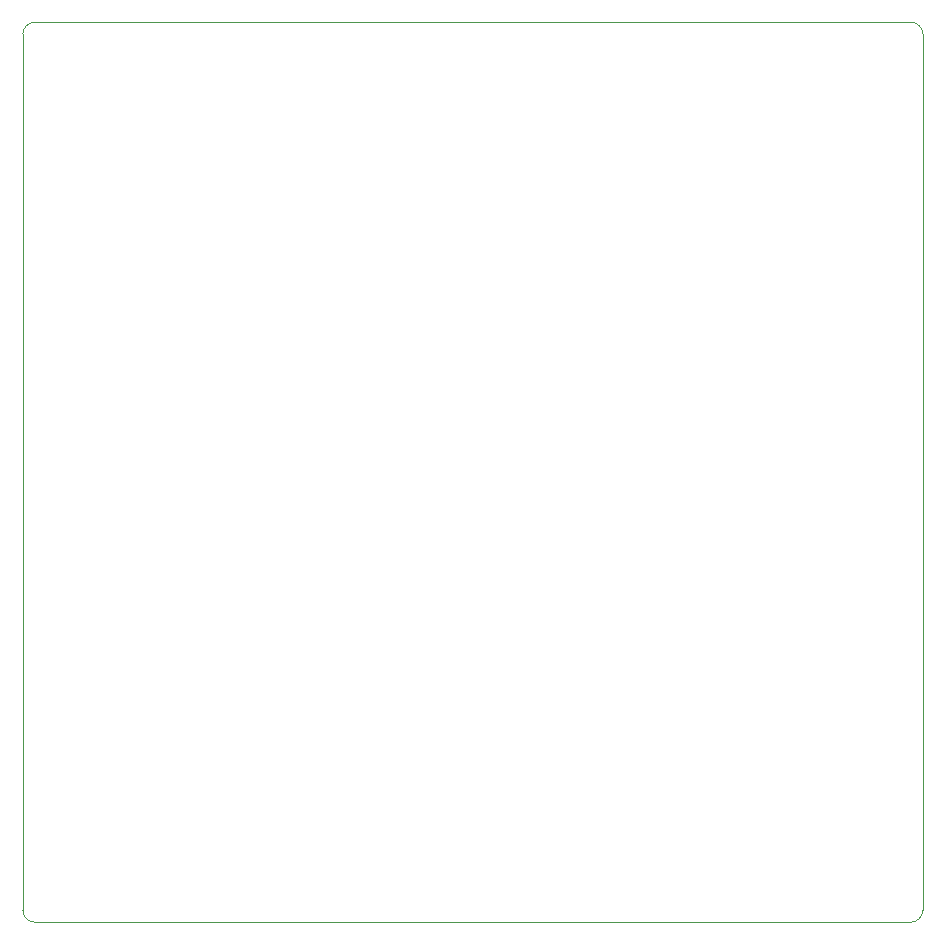
<source format=gm1>
G04 #@! TF.GenerationSoftware,KiCad,Pcbnew,(5.1.5-0-10_14)*
G04 #@! TF.CreationDate,2020-06-14T22:58:27-07:00*
G04 #@! TF.ProjectId,matrix,6d617472-6978-42e6-9b69-6361645f7063,rev?*
G04 #@! TF.SameCoordinates,Original*
G04 #@! TF.FileFunction,Profile,NP*
%FSLAX46Y46*%
G04 Gerber Fmt 4.6, Leading zero omitted, Abs format (unit mm)*
G04 Created by KiCad (PCBNEW (5.1.5-0-10_14)) date 2020-06-14 22:58:27*
%MOMM*%
%LPD*%
G04 APERTURE LIST*
%ADD10C,0.050000*%
G04 APERTURE END LIST*
D10*
X227457000Y-37338000D02*
G75*
G02X228473000Y-38354000I0J-1016000D01*
G01*
X228473000Y-112522000D02*
G75*
G02X227457000Y-113538000I-1016000J0D01*
G01*
X153289000Y-113538000D02*
G75*
G02X152273000Y-112522000I0J1016000D01*
G01*
X152273000Y-38354000D02*
G75*
G02X153289000Y-37338000I1016000J0D01*
G01*
X153289000Y-37338000D02*
X227457000Y-37338000D01*
X152273000Y-112522000D02*
X152273000Y-38354000D01*
X227457000Y-113538000D02*
X153289000Y-113538000D01*
X228473000Y-38354000D02*
X228473000Y-112522000D01*
M02*

</source>
